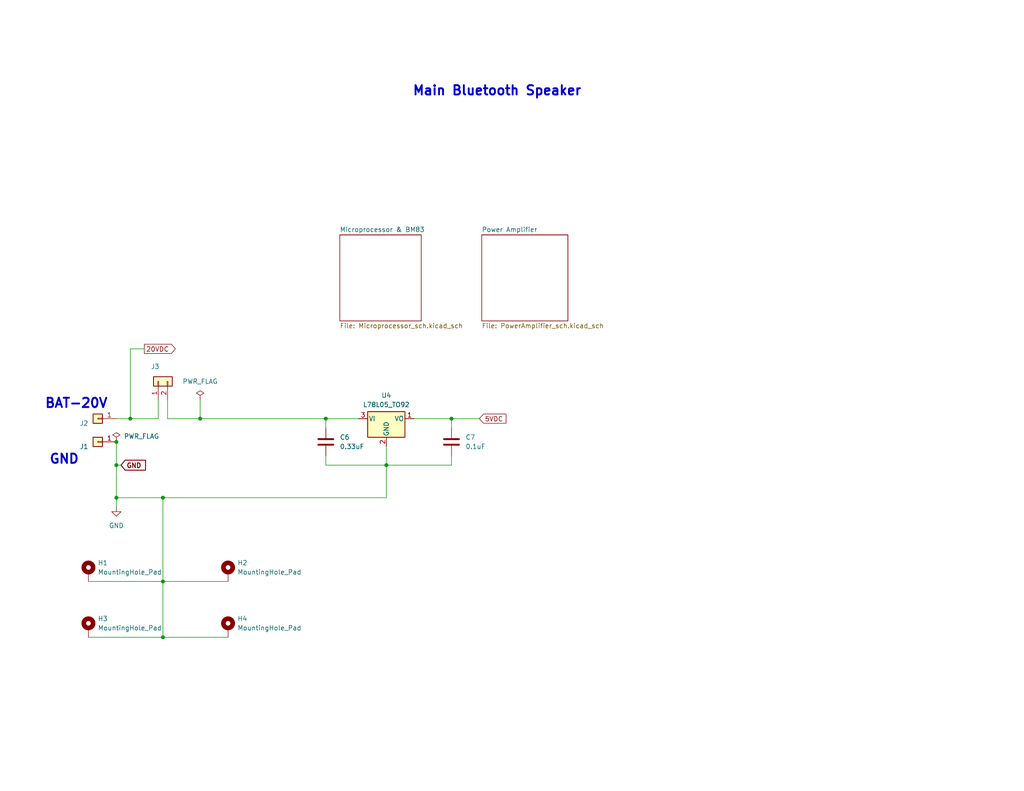
<source format=kicad_sch>
(kicad_sch
	(version 20231120)
	(generator "eeschema")
	(generator_version "8.0")
	(uuid "6d945755-609b-486d-b2f3-c6d7455285fb")
	(paper "A")
	(title_block
		(title "Main Bluetooth Speaker")
		(date "2024-09-06")
		(rev "A")
		(company "Synergy Electronics")
	)
	(lib_symbols
		(symbol "Connector_Generic:Conn_01x01"
			(pin_names
				(offset 1.016) hide)
			(exclude_from_sim no)
			(in_bom yes)
			(on_board yes)
			(property "Reference" "J"
				(at 0 2.54 0)
				(effects
					(font
						(size 1.27 1.27)
					)
				)
			)
			(property "Value" "Conn_01x01"
				(at 0 -2.54 0)
				(effects
					(font
						(size 1.27 1.27)
					)
				)
			)
			(property "Footprint" ""
				(at 0 0 0)
				(effects
					(font
						(size 1.27 1.27)
					)
					(hide yes)
				)
			)
			(property "Datasheet" "~"
				(at 0 0 0)
				(effects
					(font
						(size 1.27 1.27)
					)
					(hide yes)
				)
			)
			(property "Description" "Generic connector, single row, 01x01, script generated (kicad-library-utils/schlib/autogen/connector/)"
				(at 0 0 0)
				(effects
					(font
						(size 1.27 1.27)
					)
					(hide yes)
				)
			)
			(property "ki_keywords" "connector"
				(at 0 0 0)
				(effects
					(font
						(size 1.27 1.27)
					)
					(hide yes)
				)
			)
			(property "ki_fp_filters" "Connector*:*_1x??_*"
				(at 0 0 0)
				(effects
					(font
						(size 1.27 1.27)
					)
					(hide yes)
				)
			)
			(symbol "Conn_01x01_1_1"
				(rectangle
					(start -1.27 0.127)
					(end 0 -0.127)
					(stroke
						(width 0.1524)
						(type default)
					)
					(fill
						(type none)
					)
				)
				(rectangle
					(start -1.27 1.27)
					(end 1.27 -1.27)
					(stroke
						(width 0.254)
						(type default)
					)
					(fill
						(type background)
					)
				)
				(pin passive line
					(at -5.08 0 0)
					(length 3.81)
					(name "Pin_1"
						(effects
							(font
								(size 1.27 1.27)
							)
						)
					)
					(number "1"
						(effects
							(font
								(size 1.27 1.27)
							)
						)
					)
				)
			)
		)
		(symbol "Connector_Generic:Conn_01x02"
			(pin_names
				(offset 1.016) hide)
			(exclude_from_sim no)
			(in_bom yes)
			(on_board yes)
			(property "Reference" "J"
				(at 0 2.54 0)
				(effects
					(font
						(size 1.27 1.27)
					)
				)
			)
			(property "Value" "Conn_01x02"
				(at 0 -5.08 0)
				(effects
					(font
						(size 1.27 1.27)
					)
				)
			)
			(property "Footprint" ""
				(at 0 0 0)
				(effects
					(font
						(size 1.27 1.27)
					)
					(hide yes)
				)
			)
			(property "Datasheet" "~"
				(at 0 0 0)
				(effects
					(font
						(size 1.27 1.27)
					)
					(hide yes)
				)
			)
			(property "Description" "Generic connector, single row, 01x02, script generated (kicad-library-utils/schlib/autogen/connector/)"
				(at 0 0 0)
				(effects
					(font
						(size 1.27 1.27)
					)
					(hide yes)
				)
			)
			(property "ki_keywords" "connector"
				(at 0 0 0)
				(effects
					(font
						(size 1.27 1.27)
					)
					(hide yes)
				)
			)
			(property "ki_fp_filters" "Connector*:*_1x??_*"
				(at 0 0 0)
				(effects
					(font
						(size 1.27 1.27)
					)
					(hide yes)
				)
			)
			(symbol "Conn_01x02_1_1"
				(rectangle
					(start -1.27 -2.413)
					(end 0 -2.667)
					(stroke
						(width 0.1524)
						(type default)
					)
					(fill
						(type none)
					)
				)
				(rectangle
					(start -1.27 0.127)
					(end 0 -0.127)
					(stroke
						(width 0.1524)
						(type default)
					)
					(fill
						(type none)
					)
				)
				(rectangle
					(start -1.27 1.27)
					(end 1.27 -3.81)
					(stroke
						(width 0.254)
						(type default)
					)
					(fill
						(type background)
					)
				)
				(pin passive line
					(at -5.08 0 0)
					(length 3.81)
					(name "Pin_1"
						(effects
							(font
								(size 1.27 1.27)
							)
						)
					)
					(number "1"
						(effects
							(font
								(size 1.27 1.27)
							)
						)
					)
				)
				(pin passive line
					(at -5.08 -2.54 0)
					(length 3.81)
					(name "Pin_2"
						(effects
							(font
								(size 1.27 1.27)
							)
						)
					)
					(number "2"
						(effects
							(font
								(size 1.27 1.27)
							)
						)
					)
				)
			)
		)
		(symbol "Device:C"
			(pin_numbers hide)
			(pin_names
				(offset 0.254)
			)
			(exclude_from_sim no)
			(in_bom yes)
			(on_board yes)
			(property "Reference" "C"
				(at 0.635 2.54 0)
				(effects
					(font
						(size 1.27 1.27)
					)
					(justify left)
				)
			)
			(property "Value" "C"
				(at 0.635 -2.54 0)
				(effects
					(font
						(size 1.27 1.27)
					)
					(justify left)
				)
			)
			(property "Footprint" ""
				(at 0.9652 -3.81 0)
				(effects
					(font
						(size 1.27 1.27)
					)
					(hide yes)
				)
			)
			(property "Datasheet" "~"
				(at 0 0 0)
				(effects
					(font
						(size 1.27 1.27)
					)
					(hide yes)
				)
			)
			(property "Description" "Unpolarized capacitor"
				(at 0 0 0)
				(effects
					(font
						(size 1.27 1.27)
					)
					(hide yes)
				)
			)
			(property "ki_keywords" "cap capacitor"
				(at 0 0 0)
				(effects
					(font
						(size 1.27 1.27)
					)
					(hide yes)
				)
			)
			(property "ki_fp_filters" "C_*"
				(at 0 0 0)
				(effects
					(font
						(size 1.27 1.27)
					)
					(hide yes)
				)
			)
			(symbol "C_0_1"
				(polyline
					(pts
						(xy -2.032 -0.762) (xy 2.032 -0.762)
					)
					(stroke
						(width 0.508)
						(type default)
					)
					(fill
						(type none)
					)
				)
				(polyline
					(pts
						(xy -2.032 0.762) (xy 2.032 0.762)
					)
					(stroke
						(width 0.508)
						(type default)
					)
					(fill
						(type none)
					)
				)
			)
			(symbol "C_1_1"
				(pin passive line
					(at 0 3.81 270)
					(length 2.794)
					(name "~"
						(effects
							(font
								(size 1.27 1.27)
							)
						)
					)
					(number "1"
						(effects
							(font
								(size 1.27 1.27)
							)
						)
					)
				)
				(pin passive line
					(at 0 -3.81 90)
					(length 2.794)
					(name "~"
						(effects
							(font
								(size 1.27 1.27)
							)
						)
					)
					(number "2"
						(effects
							(font
								(size 1.27 1.27)
							)
						)
					)
				)
			)
		)
		(symbol "Mechanical:MountingHole_Pad"
			(pin_numbers hide)
			(pin_names
				(offset 1.016) hide)
			(exclude_from_sim yes)
			(in_bom no)
			(on_board yes)
			(property "Reference" "H"
				(at 0 6.35 0)
				(effects
					(font
						(size 1.27 1.27)
					)
				)
			)
			(property "Value" "MountingHole_Pad"
				(at 0 4.445 0)
				(effects
					(font
						(size 1.27 1.27)
					)
				)
			)
			(property "Footprint" ""
				(at 0 0 0)
				(effects
					(font
						(size 1.27 1.27)
					)
					(hide yes)
				)
			)
			(property "Datasheet" "~"
				(at 0 0 0)
				(effects
					(font
						(size 1.27 1.27)
					)
					(hide yes)
				)
			)
			(property "Description" "Mounting Hole with connection"
				(at 0 0 0)
				(effects
					(font
						(size 1.27 1.27)
					)
					(hide yes)
				)
			)
			(property "ki_keywords" "mounting hole"
				(at 0 0 0)
				(effects
					(font
						(size 1.27 1.27)
					)
					(hide yes)
				)
			)
			(property "ki_fp_filters" "MountingHole*Pad*"
				(at 0 0 0)
				(effects
					(font
						(size 1.27 1.27)
					)
					(hide yes)
				)
			)
			(symbol "MountingHole_Pad_0_1"
				(circle
					(center 0 1.27)
					(radius 1.27)
					(stroke
						(width 1.27)
						(type default)
					)
					(fill
						(type none)
					)
				)
			)
			(symbol "MountingHole_Pad_1_1"
				(pin input line
					(at 0 -2.54 90)
					(length 2.54)
					(name "1"
						(effects
							(font
								(size 1.27 1.27)
							)
						)
					)
					(number "1"
						(effects
							(font
								(size 1.27 1.27)
							)
						)
					)
				)
			)
		)
		(symbol "Regulator_Linear:L78L05_TO92"
			(pin_names
				(offset 0.254)
			)
			(exclude_from_sim no)
			(in_bom yes)
			(on_board yes)
			(property "Reference" "U"
				(at -3.81 3.175 0)
				(effects
					(font
						(size 1.27 1.27)
					)
				)
			)
			(property "Value" "L78L05_TO92"
				(at 0 3.175 0)
				(effects
					(font
						(size 1.27 1.27)
					)
					(justify left)
				)
			)
			(property "Footprint" "Package_TO_SOT_THT:TO-92_Inline"
				(at 0 5.715 0)
				(effects
					(font
						(size 1.27 1.27)
						(italic yes)
					)
					(hide yes)
				)
			)
			(property "Datasheet" "http://www.st.com/content/ccc/resource/technical/document/datasheet/15/55/e5/aa/23/5b/43/fd/CD00000446.pdf/files/CD00000446.pdf/jcr:content/translations/en.CD00000446.pdf"
				(at 0 -1.27 0)
				(effects
					(font
						(size 1.27 1.27)
					)
					(hide yes)
				)
			)
			(property "Description" "Positive 100mA 30V Linear Regulator, Fixed Output 5V, TO-92"
				(at 0 0 0)
				(effects
					(font
						(size 1.27 1.27)
					)
					(hide yes)
				)
			)
			(property "ki_keywords" "Voltage Regulator 100mA Positive"
				(at 0 0 0)
				(effects
					(font
						(size 1.27 1.27)
					)
					(hide yes)
				)
			)
			(property "ki_fp_filters" "TO?92*"
				(at 0 0 0)
				(effects
					(font
						(size 1.27 1.27)
					)
					(hide yes)
				)
			)
			(symbol "L78L05_TO92_0_1"
				(rectangle
					(start -5.08 -5.08)
					(end 5.08 1.905)
					(stroke
						(width 0.254)
						(type default)
					)
					(fill
						(type background)
					)
				)
			)
			(symbol "L78L05_TO92_1_1"
				(pin power_out line
					(at 7.62 0 180)
					(length 2.54)
					(name "VO"
						(effects
							(font
								(size 1.27 1.27)
							)
						)
					)
					(number "1"
						(effects
							(font
								(size 1.27 1.27)
							)
						)
					)
				)
				(pin power_in line
					(at 0 -7.62 90)
					(length 2.54)
					(name "GND"
						(effects
							(font
								(size 1.27 1.27)
							)
						)
					)
					(number "2"
						(effects
							(font
								(size 1.27 1.27)
							)
						)
					)
				)
				(pin power_in line
					(at -7.62 0 0)
					(length 2.54)
					(name "VI"
						(effects
							(font
								(size 1.27 1.27)
							)
						)
					)
					(number "3"
						(effects
							(font
								(size 1.27 1.27)
							)
						)
					)
				)
			)
		)
		(symbol "power:GND"
			(power)
			(pin_numbers hide)
			(pin_names
				(offset 0) hide)
			(exclude_from_sim no)
			(in_bom yes)
			(on_board yes)
			(property "Reference" "#PWR"
				(at 0 -6.35 0)
				(effects
					(font
						(size 1.27 1.27)
					)
					(hide yes)
				)
			)
			(property "Value" "GND"
				(at 0 -3.81 0)
				(effects
					(font
						(size 1.27 1.27)
					)
				)
			)
			(property "Footprint" ""
				(at 0 0 0)
				(effects
					(font
						(size 1.27 1.27)
					)
					(hide yes)
				)
			)
			(property "Datasheet" ""
				(at 0 0 0)
				(effects
					(font
						(size 1.27 1.27)
					)
					(hide yes)
				)
			)
			(property "Description" "Power symbol creates a global label with name \"GND\" , ground"
				(at 0 0 0)
				(effects
					(font
						(size 1.27 1.27)
					)
					(hide yes)
				)
			)
			(property "ki_keywords" "global power"
				(at 0 0 0)
				(effects
					(font
						(size 1.27 1.27)
					)
					(hide yes)
				)
			)
			(symbol "GND_0_1"
				(polyline
					(pts
						(xy 0 0) (xy 0 -1.27) (xy 1.27 -1.27) (xy 0 -2.54) (xy -1.27 -1.27) (xy 0 -1.27)
					)
					(stroke
						(width 0)
						(type default)
					)
					(fill
						(type none)
					)
				)
			)
			(symbol "GND_1_1"
				(pin power_in line
					(at 0 0 270)
					(length 0)
					(name "~"
						(effects
							(font
								(size 1.27 1.27)
							)
						)
					)
					(number "1"
						(effects
							(font
								(size 1.27 1.27)
							)
						)
					)
				)
			)
		)
		(symbol "power:PWR_FLAG"
			(power)
			(pin_numbers hide)
			(pin_names
				(offset 0) hide)
			(exclude_from_sim no)
			(in_bom yes)
			(on_board yes)
			(property "Reference" "#FLG"
				(at 0 1.905 0)
				(effects
					(font
						(size 1.27 1.27)
					)
					(hide yes)
				)
			)
			(property "Value" "PWR_FLAG"
				(at 0 3.81 0)
				(effects
					(font
						(size 1.27 1.27)
					)
				)
			)
			(property "Footprint" ""
				(at 0 0 0)
				(effects
					(font
						(size 1.27 1.27)
					)
					(hide yes)
				)
			)
			(property "Datasheet" "~"
				(at 0 0 0)
				(effects
					(font
						(size 1.27 1.27)
					)
					(hide yes)
				)
			)
			(property "Description" "Special symbol for telling ERC where power comes from"
				(at 0 0 0)
				(effects
					(font
						(size 1.27 1.27)
					)
					(hide yes)
				)
			)
			(property "ki_keywords" "flag power"
				(at 0 0 0)
				(effects
					(font
						(size 1.27 1.27)
					)
					(hide yes)
				)
			)
			(symbol "PWR_FLAG_0_0"
				(pin power_out line
					(at 0 0 90)
					(length 0)
					(name "~"
						(effects
							(font
								(size 1.27 1.27)
							)
						)
					)
					(number "1"
						(effects
							(font
								(size 1.27 1.27)
							)
						)
					)
				)
			)
			(symbol "PWR_FLAG_0_1"
				(polyline
					(pts
						(xy 0 0) (xy 0 1.27) (xy -1.016 1.905) (xy 0 2.54) (xy 1.016 1.905) (xy 0 1.27)
					)
					(stroke
						(width 0)
						(type default)
					)
					(fill
						(type none)
					)
				)
			)
		)
	)
	(junction
		(at 88.9 114.3)
		(diameter 0)
		(color 0 0 0 0)
		(uuid "141c5ed0-7f3b-4761-a848-71d2d159fbbd")
	)
	(junction
		(at 44.45 173.99)
		(diameter 0)
		(color 0 0 0 0)
		(uuid "1ce12548-ce41-4ced-9a29-7102cca59837")
	)
	(junction
		(at 31.75 120.65)
		(diameter 0)
		(color 0 0 0 0)
		(uuid "3aec3783-4f54-4a7f-9ecd-98a81876e874")
	)
	(junction
		(at 35.56 114.3)
		(diameter 0)
		(color 0 0 0 0)
		(uuid "57979df0-da23-4b34-8060-b6a56e360d51")
	)
	(junction
		(at 44.45 135.89)
		(diameter 0)
		(color 0 0 0 0)
		(uuid "6b245f59-f5bb-4d53-91ae-224ef9049d63")
	)
	(junction
		(at 31.75 135.89)
		(diameter 0)
		(color 0 0 0 0)
		(uuid "6c593ca9-5b80-45b8-adf3-fa563f3aa60c")
	)
	(junction
		(at 54.61 114.3)
		(diameter 0)
		(color 0 0 0 0)
		(uuid "7ada7678-1d9c-4ae3-98cd-b5bc872af65d")
	)
	(junction
		(at 44.45 158.75)
		(diameter 0)
		(color 0 0 0 0)
		(uuid "931e931e-b078-41c0-a6c8-08c6be986b5f")
	)
	(junction
		(at 105.41 127)
		(diameter 0)
		(color 0 0 0 0)
		(uuid "9e8dd5b4-4353-48fb-a439-bf0932a0d677")
	)
	(junction
		(at 31.75 127)
		(diameter 0)
		(color 0 0 0 0)
		(uuid "b921fea2-889a-4d8b-87de-ccf9762ed404")
	)
	(junction
		(at 123.19 114.3)
		(diameter 0)
		(color 0 0 0 0)
		(uuid "fe7f5f7d-9dee-4a44-8a1b-838e38f11e13")
	)
	(wire
		(pts
			(xy 105.41 121.92) (xy 105.41 127)
		)
		(stroke
			(width 0)
			(type default)
		)
		(uuid "00f53101-f98d-44f6-b83d-3ffeefb4b44c")
	)
	(wire
		(pts
			(xy 105.41 127) (xy 123.19 127)
		)
		(stroke
			(width 0)
			(type default)
		)
		(uuid "06955a91-7ec1-4cc4-a136-27cf9101e85c")
	)
	(wire
		(pts
			(xy 44.45 173.99) (xy 62.23 173.99)
		)
		(stroke
			(width 0)
			(type default)
		)
		(uuid "1df5356b-d272-4b82-b0f6-14b1f61a417f")
	)
	(wire
		(pts
			(xy 33.02 127) (xy 31.75 127)
		)
		(stroke
			(width 0)
			(type default)
		)
		(uuid "29c1c8d4-518f-45e4-ba0a-7bec53148271")
	)
	(wire
		(pts
			(xy 88.9 114.3) (xy 88.9 116.84)
		)
		(stroke
			(width 0)
			(type default)
		)
		(uuid "30370def-535a-461d-9c1c-a2b05b1cdfe0")
	)
	(wire
		(pts
			(xy 44.45 135.89) (xy 44.45 158.75)
		)
		(stroke
			(width 0)
			(type default)
		)
		(uuid "331cf48e-9408-485a-b5c2-616e96b377d5")
	)
	(wire
		(pts
			(xy 62.23 158.75) (xy 44.45 158.75)
		)
		(stroke
			(width 0)
			(type default)
		)
		(uuid "3c19e3a3-f1e7-419e-9f52-c196e14dc6e9")
	)
	(wire
		(pts
			(xy 105.41 135.89) (xy 44.45 135.89)
		)
		(stroke
			(width 0)
			(type default)
		)
		(uuid "421cde80-8084-4f4e-9048-4de620ae8f44")
	)
	(wire
		(pts
			(xy 31.75 114.3) (xy 35.56 114.3)
		)
		(stroke
			(width 0)
			(type default)
		)
		(uuid "6718c9db-72fe-4561-b4e2-87d7e10d3a17")
	)
	(wire
		(pts
			(xy 24.13 173.99) (xy 44.45 173.99)
		)
		(stroke
			(width 0)
			(type default)
		)
		(uuid "69a64dbf-91b2-4dc3-ae9e-6798d47f13cb")
	)
	(wire
		(pts
			(xy 54.61 114.3) (xy 88.9 114.3)
		)
		(stroke
			(width 0)
			(type default)
		)
		(uuid "79d62285-16b0-4571-b6bc-03d2a5b8c34f")
	)
	(wire
		(pts
			(xy 45.72 114.3) (xy 54.61 114.3)
		)
		(stroke
			(width 0)
			(type default)
		)
		(uuid "7dbf50e6-284a-41f1-965c-f036dbf18cc3")
	)
	(wire
		(pts
			(xy 105.41 127) (xy 105.41 135.89)
		)
		(stroke
			(width 0)
			(type default)
		)
		(uuid "7e62d25d-0f1d-4776-8f33-12ef3cb2d6fe")
	)
	(wire
		(pts
			(xy 35.56 114.3) (xy 43.18 114.3)
		)
		(stroke
			(width 0)
			(type default)
		)
		(uuid "8f5387c2-a5cb-4e15-adb2-81e45627e173")
	)
	(wire
		(pts
			(xy 44.45 158.75) (xy 24.13 158.75)
		)
		(stroke
			(width 0)
			(type default)
		)
		(uuid "96b0b9c0-96c5-4203-b5c6-9ce793619065")
	)
	(wire
		(pts
			(xy 31.75 138.43) (xy 31.75 135.89)
		)
		(stroke
			(width 0)
			(type default)
		)
		(uuid "a1ccbb31-7fbd-4c2d-b5a3-fb78347500bc")
	)
	(wire
		(pts
			(xy 39.37 95.25) (xy 35.56 95.25)
		)
		(stroke
			(width 0)
			(type default)
		)
		(uuid "a1f211d9-8ed6-4b49-b745-91cc65669c77")
	)
	(wire
		(pts
			(xy 31.75 127) (xy 31.75 135.89)
		)
		(stroke
			(width 0)
			(type default)
		)
		(uuid "abfbdb3f-fddf-4f7f-a226-95f30321b6d1")
	)
	(wire
		(pts
			(xy 54.61 109.22) (xy 54.61 114.3)
		)
		(stroke
			(width 0)
			(type default)
		)
		(uuid "ad519530-bf6c-4b7c-8d1f-ca205d81b56f")
	)
	(wire
		(pts
			(xy 123.19 127) (xy 123.19 124.46)
		)
		(stroke
			(width 0)
			(type default)
		)
		(uuid "b87a0d08-68f7-4815-9f72-6983fbafd979")
	)
	(wire
		(pts
			(xy 31.75 120.65) (xy 31.75 127)
		)
		(stroke
			(width 0)
			(type default)
		)
		(uuid "bb43b870-eeda-4270-9f4f-5e5d346ba20f")
	)
	(wire
		(pts
			(xy 113.03 114.3) (xy 123.19 114.3)
		)
		(stroke
			(width 0)
			(type default)
		)
		(uuid "c1383a28-6cb7-473a-a240-57229d129fd2")
	)
	(wire
		(pts
			(xy 123.19 114.3) (xy 123.19 116.84)
		)
		(stroke
			(width 0)
			(type default)
		)
		(uuid "c5fbf2a1-fc96-4600-8d0c-60fa511326b5")
	)
	(wire
		(pts
			(xy 88.9 124.46) (xy 88.9 127)
		)
		(stroke
			(width 0)
			(type default)
		)
		(uuid "cd90208d-703d-4136-9929-85b73ce986a0")
	)
	(wire
		(pts
			(xy 43.18 109.22) (xy 43.18 114.3)
		)
		(stroke
			(width 0)
			(type default)
		)
		(uuid "cdad2e15-56aa-4f08-975a-5466dc14519e")
	)
	(wire
		(pts
			(xy 88.9 114.3) (xy 97.79 114.3)
		)
		(stroke
			(width 0)
			(type default)
		)
		(uuid "d4072532-af18-4c4c-a062-d91a3d15dc70")
	)
	(wire
		(pts
			(xy 123.19 114.3) (xy 130.81 114.3)
		)
		(stroke
			(width 0)
			(type default)
		)
		(uuid "d53b9356-0d1c-4c97-96a6-89a7ceb5c558")
	)
	(wire
		(pts
			(xy 44.45 173.99) (xy 44.45 158.75)
		)
		(stroke
			(width 0)
			(type default)
		)
		(uuid "dad26f84-5985-489c-b6c5-bb723e91f2c8")
	)
	(wire
		(pts
			(xy 45.72 109.22) (xy 45.72 114.3)
		)
		(stroke
			(width 0)
			(type default)
		)
		(uuid "e33b3fff-9a23-4f70-93d9-e4814a73d7fe")
	)
	(wire
		(pts
			(xy 35.56 95.25) (xy 35.56 114.3)
		)
		(stroke
			(width 0)
			(type default)
		)
		(uuid "edc10d58-25cd-4e38-91cf-730e90d0aa18")
	)
	(wire
		(pts
			(xy 88.9 127) (xy 105.41 127)
		)
		(stroke
			(width 0)
			(type default)
		)
		(uuid "eed32c77-857a-484d-8688-408b721e37b9")
	)
	(wire
		(pts
			(xy 44.45 135.89) (xy 31.75 135.89)
		)
		(stroke
			(width 0)
			(type default)
		)
		(uuid "ef3ad632-38c2-470b-b594-c18bcbdc2185")
	)
	(text "BAT-20V"
		(exclude_from_sim no)
		(at 20.828 110.236 0)
		(effects
			(font
				(size 2.54 2.54)
				(thickness 0.508)
				(bold yes)
			)
		)
		(uuid "4d5d13d6-7d81-46ed-a970-f1e617c2814f")
	)
	(text "GND"
		(exclude_from_sim no)
		(at 17.526 125.476 0)
		(effects
			(font
				(size 2.54 2.54)
				(thickness 0.508)
				(bold yes)
			)
		)
		(uuid "6563f7e7-e6a3-438f-b9f5-b2cd979e2bb5")
	)
	(text "Main Bluetooth Speaker"
		(exclude_from_sim no)
		(at 135.636 24.892 0)
		(effects
			(font
				(size 2.54 2.54)
				(thickness 0.508)
				(bold yes)
			)
		)
		(uuid "dcb57f8b-8827-4996-9366-37f89bea712e")
	)
	(global_label "5VDC"
		(shape input)
		(at 130.81 114.3 0)
		(fields_autoplaced yes)
		(effects
			(font
				(size 1.27 1.27)
			)
			(justify left)
		)
		(uuid "40a1c5ec-5d6f-4606-8e06-25c2390f433e")
		(property "Intersheetrefs" "${INTERSHEET_REFS}"
			(at 138.6333 114.3 0)
			(effects
				(font
					(size 1.27 1.27)
				)
				(justify left)
				(hide yes)
			)
		)
	)
	(global_label "20VDC"
		(shape output)
		(at 39.37 95.25 0)
		(fields_autoplaced yes)
		(effects
			(font
				(size 1.27 1.27)
			)
			(justify left)
		)
		(uuid "831d48d3-13c6-463a-a956-2a168e8920ae")
		(property "Intersheetrefs" "${INTERSHEET_REFS}"
			(at 48.4028 95.25 0)
			(effects
				(font
					(size 1.27 1.27)
				)
				(justify left)
				(hide yes)
			)
		)
	)
	(global_label "GND"
		(shape input)
		(at 33.02 127 0)
		(fields_autoplaced yes)
		(effects
			(font
				(size 1.27 1.27)
				(thickness 0.254)
				(bold yes)
			)
			(justify left)
		)
		(uuid "9e9a311d-9d40-43f3-8704-900f5ee89258")
		(property "Intersheetrefs" "${INTERSHEET_REFS}"
			(at 40.3517 127 0)
			(effects
				(font
					(size 1.27 1.27)
				)
				(justify left)
				(hide yes)
			)
		)
	)
	(symbol
		(lib_id "Connector_Generic:Conn_01x01")
		(at 26.67 114.3 180)
		(unit 1)
		(exclude_from_sim no)
		(in_bom yes)
		(on_board yes)
		(dnp no)
		(fields_autoplaced yes)
		(uuid "02bd7ca9-ca37-4067-a60a-f1f0b56059fb")
		(property "Reference" "J2"
			(at 24.13 115.5701 0)
			(effects
				(font
					(size 1.27 1.27)
				)
				(justify left)
			)
		)
		(property "Value" "Conn_01x01"
			(at 24.13 113.0301 0)
			(effects
				(font
					(size 1.27 1.27)
				)
				(justify left)
				(hide yes)
			)
		)
		(property "Footprint" "TestPoint:TestPoint_Keystone_5010-5014_Multipurpose"
			(at 26.67 114.3 0)
			(effects
				(font
					(size 1.27 1.27)
				)
				(hide yes)
			)
		)
		(property "Datasheet" "~"
			(at 26.67 114.3 0)
			(effects
				(font
					(size 1.27 1.27)
				)
				(hide yes)
			)
		)
		(property "Description" "Generic connector, single row, 01x01, script generated (kicad-library-utils/schlib/autogen/connector/)"
			(at 26.67 114.3 0)
			(effects
				(font
					(size 1.27 1.27)
				)
				(hide yes)
			)
		)
		(pin "1"
			(uuid "7d2e3ee4-3bd0-4cd1-8137-7e1d926fcb7b")
		)
		(instances
			(project ""
				(path "/6d945755-609b-486d-b2f3-c6d7455285fb"
					(reference "J2")
					(unit 1)
				)
			)
		)
	)
	(symbol
		(lib_id "Connector_Generic:Conn_01x01")
		(at 26.67 120.65 180)
		(unit 1)
		(exclude_from_sim no)
		(in_bom yes)
		(on_board yes)
		(dnp no)
		(fields_autoplaced yes)
		(uuid "0d4d3d99-14a2-45a4-9e20-82e51968cae4")
		(property "Reference" "J1"
			(at 24.13 121.9201 0)
			(effects
				(font
					(size 1.27 1.27)
				)
				(justify left)
			)
		)
		(property "Value" "Conn_01x01"
			(at 24.13 119.3801 0)
			(effects
				(font
					(size 1.27 1.27)
				)
				(justify left)
				(hide yes)
			)
		)
		(property "Footprint" "TestPoint:TestPoint_Keystone_5010-5014_Multipurpose"
			(at 26.67 120.65 0)
			(effects
				(font
					(size 1.27 1.27)
				)
				(hide yes)
			)
		)
		(property "Datasheet" "~"
			(at 26.67 120.65 0)
			(effects
				(font
					(size 1.27 1.27)
				)
				(hide yes)
			)
		)
		(property "Description" "Generic connector, single row, 01x01, script generated (kicad-library-utils/schlib/autogen/connector/)"
			(at 26.67 120.65 0)
			(effects
				(font
					(size 1.27 1.27)
				)
				(hide yes)
			)
		)
		(pin "1"
			(uuid "00cde71f-1a73-4df7-863e-cc39be2a9020")
		)
		(instances
			(project ""
				(path "/6d945755-609b-486d-b2f3-c6d7455285fb"
					(reference "J1")
					(unit 1)
				)
			)
		)
	)
	(symbol
		(lib_id "Regulator_Linear:L78L05_TO92")
		(at 105.41 114.3 0)
		(unit 1)
		(exclude_from_sim no)
		(in_bom yes)
		(on_board yes)
		(dnp no)
		(fields_autoplaced yes)
		(uuid "0fddc053-f886-4a20-bc55-7be6ae7303ff")
		(property "Reference" "U4"
			(at 105.41 107.95 0)
			(effects
				(font
					(size 1.27 1.27)
				)
			)
		)
		(property "Value" "L78L05_TO92"
			(at 105.41 110.49 0)
			(effects
				(font
					(size 1.27 1.27)
				)
			)
		)
		(property "Footprint" "Package_TO_SOT_THT:TO-92_Wide"
			(at 105.41 108.585 0)
			(effects
				(font
					(size 1.27 1.27)
					(italic yes)
				)
				(hide yes)
			)
		)
		(property "Datasheet" "http://www.st.com/content/ccc/resource/technical/document/datasheet/15/55/e5/aa/23/5b/43/fd/CD00000446.pdf/files/CD00000446.pdf/jcr:content/translations/en.CD00000446.pdf"
			(at 105.41 115.57 0)
			(effects
				(font
					(size 1.27 1.27)
				)
				(hide yes)
			)
		)
		(property "Description" "Positive 100mA 30V Linear Regulator, Fixed Output 5V, TO-92"
			(at 105.41 114.3 0)
			(effects
				(font
					(size 1.27 1.27)
				)
				(hide yes)
			)
		)
		(pin "3"
			(uuid "ea425f47-2b07-4eda-8f52-98429329c565")
		)
		(pin "2"
			(uuid "bc7a3b40-0af9-4b65-b334-eb0018be10c2")
		)
		(pin "1"
			(uuid "5b665cbc-6012-4322-9476-b14e4e85b6d7")
		)
		(instances
			(project ""
				(path "/6d945755-609b-486d-b2f3-c6d7455285fb"
					(reference "U4")
					(unit 1)
				)
			)
		)
	)
	(symbol
		(lib_id "Device:C")
		(at 123.19 120.65 0)
		(unit 1)
		(exclude_from_sim no)
		(in_bom yes)
		(on_board yes)
		(dnp no)
		(fields_autoplaced yes)
		(uuid "10249ee2-9d17-4f25-a09c-19bd813e77e3")
		(property "Reference" "C7"
			(at 127 119.3799 0)
			(effects
				(font
					(size 1.27 1.27)
				)
				(justify left)
			)
		)
		(property "Value" "0.1uF"
			(at 127 121.9199 0)
			(effects
				(font
					(size 1.27 1.27)
				)
				(justify left)
			)
		)
		(property "Footprint" "Capacitor_THT:C_Disc_D4.7mm_W2.5mm_P5.00mm"
			(at 124.1552 124.46 0)
			(effects
				(font
					(size 1.27 1.27)
				)
				(hide yes)
			)
		)
		(property "Datasheet" "~"
			(at 123.19 120.65 0)
			(effects
				(font
					(size 1.27 1.27)
				)
				(hide yes)
			)
		)
		(property "Description" "Unpolarized capacitor"
			(at 123.19 120.65 0)
			(effects
				(font
					(size 1.27 1.27)
				)
				(hide yes)
			)
		)
		(pin "1"
			(uuid "9be5304c-0770-4bbb-8881-4f028b2f1231")
		)
		(pin "2"
			(uuid "a8a64b18-aaac-4b4b-9a20-f324d15fed84")
		)
		(instances
			(project ""
				(path "/6d945755-609b-486d-b2f3-c6d7455285fb"
					(reference "C7")
					(unit 1)
				)
			)
		)
	)
	(symbol
		(lib_id "Connector_Generic:Conn_01x02")
		(at 43.18 104.14 90)
		(unit 1)
		(exclude_from_sim no)
		(in_bom yes)
		(on_board yes)
		(dnp no)
		(uuid "40e81166-ec01-4a8d-9698-737a816be22e")
		(property "Reference" "J3"
			(at 41.148 100.076 90)
			(effects
				(font
					(size 1.27 1.27)
				)
				(justify right)
			)
		)
		(property "Value" "Conn_01x02"
			(at 28.194 104.14 90)
			(effects
				(font
					(size 1.27 1.27)
				)
				(justify right)
				(hide yes)
			)
		)
		(property "Footprint" "Connector_PinHeader_2.54mm:PinHeader_1x02_P2.54mm_Vertical"
			(at 43.18 104.14 0)
			(effects
				(font
					(size 1.27 1.27)
				)
				(hide yes)
			)
		)
		(property "Datasheet" "~"
			(at 43.18 104.14 0)
			(effects
				(font
					(size 1.27 1.27)
				)
				(hide yes)
			)
		)
		(property "Description" "Generic connector, single row, 01x02, script generated (kicad-library-utils/schlib/autogen/connector/)"
			(at 43.18 104.14 0)
			(effects
				(font
					(size 1.27 1.27)
				)
				(hide yes)
			)
		)
		(pin "1"
			(uuid "b2f0f66a-e4d2-414f-80dd-d0284268bdd3")
		)
		(pin "2"
			(uuid "2d06711c-fff9-48fc-bcc0-a35b1e4b1342")
		)
		(instances
			(project ""
				(path "/6d945755-609b-486d-b2f3-c6d7455285fb"
					(reference "J3")
					(unit 1)
				)
			)
		)
	)
	(symbol
		(lib_id "Mechanical:MountingHole_Pad")
		(at 62.23 171.45 0)
		(unit 1)
		(exclude_from_sim yes)
		(in_bom no)
		(on_board yes)
		(dnp no)
		(fields_autoplaced yes)
		(uuid "49fbf0ae-ae3a-4430-b86e-6b33f833f9e9")
		(property "Reference" "H4"
			(at 64.77 168.9099 0)
			(effects
				(font
					(size 1.27 1.27)
				)
				(justify left)
			)
		)
		(property "Value" "MountingHole_Pad"
			(at 64.77 171.4499 0)
			(effects
				(font
					(size 1.27 1.27)
				)
				(justify left)
			)
		)
		(property "Footprint" "MountingHole:MountingHole_3.5mm_Pad_TopBottom"
			(at 62.23 171.45 0)
			(effects
				(font
					(size 1.27 1.27)
				)
				(hide yes)
			)
		)
		(property "Datasheet" "~"
			(at 62.23 171.45 0)
			(effects
				(font
					(size 1.27 1.27)
				)
				(hide yes)
			)
		)
		(property "Description" "Mounting Hole with connection"
			(at 62.23 171.45 0)
			(effects
				(font
					(size 1.27 1.27)
				)
				(hide yes)
			)
		)
		(pin "1"
			(uuid "682214e1-8393-44f8-9c80-f2cd47889062")
		)
		(instances
			(project "Senior Design"
				(path "/6d945755-609b-486d-b2f3-c6d7455285fb"
					(reference "H4")
					(unit 1)
				)
			)
		)
	)
	(symbol
		(lib_id "power:PWR_FLAG")
		(at 31.75 120.65 0)
		(unit 1)
		(exclude_from_sim no)
		(in_bom yes)
		(on_board yes)
		(dnp no)
		(uuid "6850a6c7-1b46-4a2c-a870-6497b749fd73")
		(property "Reference" "#FLG01"
			(at 31.75 118.745 0)
			(effects
				(font
					(size 1.27 1.27)
				)
				(hide yes)
			)
		)
		(property "Value" "PWR_FLAG"
			(at 38.608 119.126 0)
			(effects
				(font
					(size 1.27 1.27)
				)
			)
		)
		(property "Footprint" ""
			(at 31.75 120.65 0)
			(effects
				(font
					(size 1.27 1.27)
				)
				(hide yes)
			)
		)
		(property "Datasheet" "~"
			(at 31.75 120.65 0)
			(effects
				(font
					(size 1.27 1.27)
				)
				(hide yes)
			)
		)
		(property "Description" "Special symbol for telling ERC where power comes from"
			(at 31.75 120.65 0)
			(effects
				(font
					(size 1.27 1.27)
				)
				(hide yes)
			)
		)
		(pin "1"
			(uuid "d7777066-77e7-40d7-8978-0241cb096421")
		)
		(instances
			(project "Senior Design"
				(path "/6d945755-609b-486d-b2f3-c6d7455285fb"
					(reference "#FLG01")
					(unit 1)
				)
			)
		)
	)
	(symbol
		(lib_id "power:GND")
		(at 31.75 138.43 0)
		(unit 1)
		(exclude_from_sim no)
		(in_bom yes)
		(on_board yes)
		(dnp no)
		(fields_autoplaced yes)
		(uuid "8a43b982-aba3-430b-b0e3-aa52ddb5723c")
		(property "Reference" "#PWR05"
			(at 31.75 144.78 0)
			(effects
				(font
					(size 1.27 1.27)
				)
				(hide yes)
			)
		)
		(property "Value" "GND"
			(at 31.75 143.51 0)
			(effects
				(font
					(size 1.27 1.27)
				)
			)
		)
		(property "Footprint" ""
			(at 31.75 138.43 0)
			(effects
				(font
					(size 1.27 1.27)
				)
				(hide yes)
			)
		)
		(property "Datasheet" ""
			(at 31.75 138.43 0)
			(effects
				(font
					(size 1.27 1.27)
				)
				(hide yes)
			)
		)
		(property "Description" "Power symbol creates a global label with name \"GND\" , ground"
			(at 31.75 138.43 0)
			(effects
				(font
					(size 1.27 1.27)
				)
				(hide yes)
			)
		)
		(pin "1"
			(uuid "6021e687-1055-4aa3-bf6b-5795f8b22c5b")
		)
		(instances
			(project ""
				(path "/6d945755-609b-486d-b2f3-c6d7455285fb"
					(reference "#PWR05")
					(unit 1)
				)
			)
		)
	)
	(symbol
		(lib_id "Mechanical:MountingHole_Pad")
		(at 24.13 171.45 0)
		(unit 1)
		(exclude_from_sim yes)
		(in_bom no)
		(on_board yes)
		(dnp no)
		(fields_autoplaced yes)
		(uuid "8d36ee47-96d6-40b9-9b42-77a861ec0d33")
		(property "Reference" "H3"
			(at 26.67 168.9099 0)
			(effects
				(font
					(size 1.27 1.27)
				)
				(justify left)
			)
		)
		(property "Value" "MountingHole_Pad"
			(at 26.67 171.4499 0)
			(effects
				(font
					(size 1.27 1.27)
				)
				(justify left)
			)
		)
		(property "Footprint" "MountingHole:MountingHole_3.5mm_Pad_TopBottom"
			(at 24.13 171.45 0)
			(effects
				(font
					(size 1.27 1.27)
				)
				(hide yes)
			)
		)
		(property "Datasheet" "~"
			(at 24.13 171.45 0)
			(effects
				(font
					(size 1.27 1.27)
				)
				(hide yes)
			)
		)
		(property "Description" "Mounting Hole with connection"
			(at 24.13 171.45 0)
			(effects
				(font
					(size 1.27 1.27)
				)
				(hide yes)
			)
		)
		(pin "1"
			(uuid "7bacf0fe-c170-475f-afd9-82828ad55329")
		)
		(instances
			(project "Senior Design"
				(path "/6d945755-609b-486d-b2f3-c6d7455285fb"
					(reference "H3")
					(unit 1)
				)
			)
		)
	)
	(symbol
		(lib_id "Mechanical:MountingHole_Pad")
		(at 62.23 156.21 0)
		(unit 1)
		(exclude_from_sim yes)
		(in_bom no)
		(on_board yes)
		(dnp no)
		(fields_autoplaced yes)
		(uuid "91ab337d-44ac-4c44-a176-911725991265")
		(property "Reference" "H2"
			(at 64.77 153.6699 0)
			(effects
				(font
					(size 1.27 1.27)
				)
				(justify left)
			)
		)
		(property "Value" "MountingHole_Pad"
			(at 64.77 156.2099 0)
			(effects
				(font
					(size 1.27 1.27)
				)
				(justify left)
			)
		)
		(property "Footprint" "MountingHole:MountingHole_3.5mm_Pad_TopBottom"
			(at 62.23 156.21 0)
			(effects
				(font
					(size 1.27 1.27)
				)
				(hide yes)
			)
		)
		(property "Datasheet" "~"
			(at 62.23 156.21 0)
			(effects
				(font
					(size 1.27 1.27)
				)
				(hide yes)
			)
		)
		(property "Description" "Mounting Hole with connection"
			(at 62.23 156.21 0)
			(effects
				(font
					(size 1.27 1.27)
				)
				(hide yes)
			)
		)
		(pin "1"
			(uuid "7115e57b-996c-4c43-a53c-a58aef44f34d")
		)
		(instances
			(project "Senior Design"
				(path "/6d945755-609b-486d-b2f3-c6d7455285fb"
					(reference "H2")
					(unit 1)
				)
			)
		)
	)
	(symbol
		(lib_id "Mechanical:MountingHole_Pad")
		(at 24.13 156.21 0)
		(unit 1)
		(exclude_from_sim yes)
		(in_bom no)
		(on_board yes)
		(dnp no)
		(fields_autoplaced yes)
		(uuid "a4002f4a-f0d3-4a07-970c-80d5df6aebae")
		(property "Reference" "H1"
			(at 26.67 153.6699 0)
			(effects
				(font
					(size 1.27 1.27)
				)
				(justify left)
			)
		)
		(property "Value" "MountingHole_Pad"
			(at 26.67 156.2099 0)
			(effects
				(font
					(size 1.27 1.27)
				)
				(justify left)
			)
		)
		(property "Footprint" "MountingHole:MountingHole_3.5mm_Pad_TopBottom"
			(at 24.13 156.21 0)
			(effects
				(font
					(size 1.27 1.27)
				)
				(hide yes)
			)
		)
		(property "Datasheet" "~"
			(at 24.13 156.21 0)
			(effects
				(font
					(size 1.27 1.27)
				)
				(hide yes)
			)
		)
		(property "Description" "Mounting Hole with connection"
			(at 24.13 156.21 0)
			(effects
				(font
					(size 1.27 1.27)
				)
				(hide yes)
			)
		)
		(pin "1"
			(uuid "44f5a607-a723-4021-8a26-c6fb20bc53db")
		)
		(instances
			(project ""
				(path "/6d945755-609b-486d-b2f3-c6d7455285fb"
					(reference "H1")
					(unit 1)
				)
			)
		)
	)
	(symbol
		(lib_id "power:PWR_FLAG")
		(at 54.61 109.22 0)
		(unit 1)
		(exclude_from_sim no)
		(in_bom yes)
		(on_board yes)
		(dnp no)
		(fields_autoplaced yes)
		(uuid "aa086bb9-23ea-41c8-9cfb-9993176f3fd5")
		(property "Reference" "#FLG02"
			(at 54.61 107.315 0)
			(effects
				(font
					(size 1.27 1.27)
				)
				(hide yes)
			)
		)
		(property "Value" "PWR_FLAG"
			(at 54.61 104.14 0)
			(effects
				(font
					(size 1.27 1.27)
				)
			)
		)
		(property "Footprint" ""
			(at 54.61 109.22 0)
			(effects
				(font
					(size 1.27 1.27)
				)
				(hide yes)
			)
		)
		(property "Datasheet" "~"
			(at 54.61 109.22 0)
			(effects
				(font
					(size 1.27 1.27)
				)
				(hide yes)
			)
		)
		(property "Description" "Special symbol for telling ERC where power comes from"
			(at 54.61 109.22 0)
			(effects
				(font
					(size 1.27 1.27)
				)
				(hide yes)
			)
		)
		(pin "1"
			(uuid "bc37c975-7566-471c-8b5a-6d1931e9708a")
		)
		(instances
			(project ""
				(path "/6d945755-609b-486d-b2f3-c6d7455285fb"
					(reference "#FLG02")
					(unit 1)
				)
			)
		)
	)
	(symbol
		(lib_id "Device:C")
		(at 88.9 120.65 0)
		(unit 1)
		(exclude_from_sim no)
		(in_bom yes)
		(on_board yes)
		(dnp no)
		(fields_autoplaced yes)
		(uuid "ab267f85-9c3b-47a9-9de2-470dc36b7a87")
		(property "Reference" "C6"
			(at 92.71 119.3799 0)
			(effects
				(font
					(size 1.27 1.27)
				)
				(justify left)
			)
		)
		(property "Value" "0.33uF"
			(at 92.71 121.9199 0)
			(effects
				(font
					(size 1.27 1.27)
				)
				(justify left)
			)
		)
		(property "Footprint" "Capacitor_THT:C_Disc_D4.7mm_W2.5mm_P5.00mm"
			(at 89.8652 124.46 0)
			(effects
				(font
					(size 1.27 1.27)
				)
				(hide yes)
			)
		)
		(property "Datasheet" "~"
			(at 88.9 120.65 0)
			(effects
				(font
					(size 1.27 1.27)
				)
				(hide yes)
			)
		)
		(property "Description" "Unpolarized capacitor"
			(at 88.9 120.65 0)
			(effects
				(font
					(size 1.27 1.27)
				)
				(hide yes)
			)
		)
		(pin "1"
			(uuid "8e0f8a8b-0864-4f78-b7d5-2fb77f55b941")
		)
		(pin "2"
			(uuid "173c22a4-cb48-4dcd-84bf-a14663df35a4")
		)
		(instances
			(project ""
				(path "/6d945755-609b-486d-b2f3-c6d7455285fb"
					(reference "C6")
					(unit 1)
				)
			)
		)
	)
	(sheet
		(at 92.71 64.135)
		(size 22.225 23.495)
		(fields_autoplaced yes)
		(stroke
			(width 0.1524)
			(type solid)
		)
		(fill
			(color 0 0 0 0.0000)
		)
		(uuid "80dc38db-4789-4e19-9e82-e888d7d292e7")
		(property "Sheetname" "Microprocessor & BM83"
			(at 92.71 63.4234 0)
			(effects
				(font
					(size 1.27 1.27)
				)
				(justify left bottom)
			)
		)
		(property "Sheetfile" "Microprocessor_sch.kicad_sch"
			(at 92.71 88.2146 0)
			(effects
				(font
					(size 1.27 1.27)
				)
				(justify left top)
			)
		)
		(instances
			(project "Senior Design"
				(path "/6d945755-609b-486d-b2f3-c6d7455285fb"
					(page "2")
				)
			)
		)
	)
	(sheet
		(at 131.445 64.135)
		(size 23.495 23.495)
		(fields_autoplaced yes)
		(stroke
			(width 0.1524)
			(type solid)
		)
		(fill
			(color 0 0 0 0.0000)
		)
		(uuid "e3409df0-4279-4ee0-985d-212cbab341d9")
		(property "Sheetname" "Power Amplifier"
			(at 131.445 63.4234 0)
			(effects
				(font
					(size 1.27 1.27)
				)
				(justify left bottom)
			)
		)
		(property "Sheetfile" "PowerAmplifier_sch.kicad_sch"
			(at 131.445 88.2146 0)
			(effects
				(font
					(size 1.27 1.27)
				)
				(justify left top)
			)
		)
		(instances
			(project "Senior Design"
				(path "/6d945755-609b-486d-b2f3-c6d7455285fb"
					(page "4")
				)
			)
		)
	)
	(sheet_instances
		(path "/"
			(page "1")
		)
	)
)

</source>
